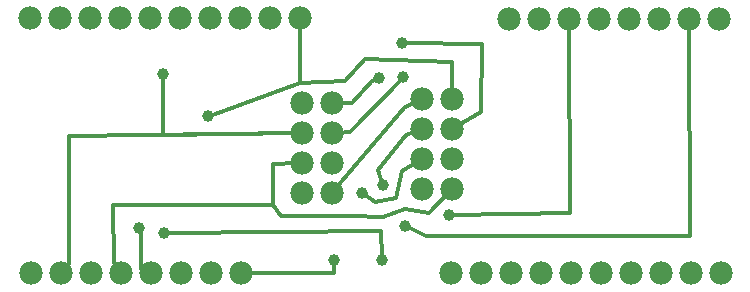
<source format=gtl>
G04 MADE WITH FRITZING*
G04 WWW.FRITZING.ORG*
G04 DOUBLE SIDED*
G04 HOLES PLATED*
G04 CONTOUR ON CENTER OF CONTOUR VECTOR*
%ASAXBY*%
%FSLAX23Y23*%
%MOIN*%
%OFA0B0*%
%SFA1.0B1.0*%
%ADD10C,0.078000*%
%ADD11C,0.039370*%
%ADD12C,0.012000*%
%LNCOPPER1*%
G90*
G70*
G54D10*
X1122Y639D03*
X1122Y539D03*
X1122Y439D03*
X1122Y339D03*
X1122Y639D03*
X1122Y539D03*
X1122Y439D03*
X1122Y339D03*
X1022Y339D03*
X1022Y439D03*
X1022Y539D03*
X1022Y639D03*
X1122Y639D03*
X1122Y539D03*
X1122Y439D03*
X1122Y339D03*
X1122Y639D03*
X1122Y539D03*
X1122Y439D03*
X1122Y339D03*
X1022Y339D03*
X1022Y439D03*
X1022Y539D03*
X1022Y639D03*
X1523Y653D03*
X1523Y553D03*
X1523Y453D03*
X1523Y353D03*
X1523Y653D03*
X1523Y553D03*
X1523Y453D03*
X1523Y353D03*
X1423Y353D03*
X1423Y453D03*
X1423Y553D03*
X1423Y653D03*
X1523Y653D03*
X1523Y553D03*
X1523Y453D03*
X1523Y353D03*
X1523Y653D03*
X1523Y553D03*
X1523Y453D03*
X1523Y353D03*
X1423Y353D03*
X1423Y453D03*
X1423Y553D03*
X1423Y653D03*
X118Y71D03*
X218Y71D03*
X318Y71D03*
X418Y71D03*
X518Y71D03*
X618Y71D03*
X718Y71D03*
X818Y71D03*
X2413Y920D03*
X2313Y920D03*
X2213Y920D03*
X2113Y920D03*
X2013Y920D03*
X1913Y920D03*
X1813Y920D03*
X1713Y920D03*
X1014Y921D03*
X914Y921D03*
X814Y921D03*
X714Y921D03*
X614Y921D03*
X514Y921D03*
X414Y921D03*
X314Y921D03*
X214Y921D03*
X114Y921D03*
G54D11*
X1280Y723D03*
X563Y205D03*
X1288Y117D03*
X1223Y339D03*
X1292Y365D03*
X1367Y228D03*
X559Y736D03*
X708Y594D03*
X1128Y115D03*
X1511Y267D03*
X1357Y838D03*
X1360Y724D03*
G54D10*
X1518Y71D03*
X1618Y71D03*
X1718Y71D03*
X1818Y71D03*
X1918Y71D03*
X2018Y71D03*
X2118Y71D03*
X2218Y71D03*
X2318Y71D03*
X2418Y71D03*
G54D11*
X479Y221D03*
G54D12*
X1003Y438D02*
X925Y436D01*
D02*
X925Y436D02*
X925Y300D01*
D02*
X925Y300D02*
X953Y262D01*
D02*
X1365Y286D02*
X1445Y273D01*
D02*
X953Y262D02*
X1184Y262D01*
D02*
X1184Y262D02*
X1291Y259D01*
D02*
X1291Y259D02*
X1365Y286D01*
D02*
X1445Y273D02*
X1510Y340D01*
D02*
X407Y87D02*
X395Y104D01*
D02*
X395Y104D02*
X393Y299D01*
D02*
X393Y299D02*
X925Y300D01*
D02*
X1014Y902D02*
X1015Y707D01*
D02*
X1015Y707D02*
X716Y596D01*
D02*
X1523Y672D02*
X1523Y774D01*
D02*
X1523Y774D02*
X1233Y785D01*
D02*
X1166Y713D02*
X1015Y707D01*
D02*
X1233Y785D02*
X1166Y713D01*
D02*
X1134Y354D02*
X1363Y622D01*
D02*
X1363Y622D02*
X1406Y644D01*
D02*
X1128Y72D02*
X1128Y107D01*
D02*
X837Y71D02*
X1128Y72D01*
D02*
X1913Y901D02*
X1914Y271D01*
D02*
X1914Y271D02*
X1519Y267D01*
D02*
X1003Y539D02*
X558Y532D01*
D02*
X558Y532D02*
X559Y728D01*
D02*
X231Y85D02*
X246Y102D01*
D02*
X244Y528D02*
X1003Y539D01*
D02*
X246Y102D02*
X244Y528D01*
D02*
X2313Y901D02*
X2315Y197D01*
D02*
X2315Y197D02*
X1436Y194D01*
D02*
X1436Y194D02*
X1374Y225D01*
D02*
X1290Y373D02*
X1274Y417D01*
D02*
X1274Y417D02*
X1369Y531D01*
D02*
X1369Y531D02*
X1405Y546D01*
D02*
X1407Y443D02*
X1356Y412D01*
D02*
X1356Y412D02*
X1335Y322D01*
D02*
X1335Y322D02*
X1264Y308D01*
D02*
X1264Y308D02*
X1229Y335D01*
D02*
X1288Y125D02*
X1287Y212D01*
D02*
X1287Y212D02*
X571Y205D01*
D02*
X1189Y639D02*
X1141Y639D01*
D02*
X1256Y713D02*
X1189Y639D01*
D02*
X1272Y720D02*
X1256Y713D01*
D02*
X1141Y540D02*
X1182Y541D01*
D02*
X1182Y541D02*
X1354Y718D01*
D02*
X1364Y838D02*
X1621Y835D01*
D02*
X1621Y835D02*
X1619Y610D01*
D02*
X1619Y610D02*
X1539Y563D01*
D02*
X487Y194D02*
X486Y87D01*
D02*
X486Y87D02*
X501Y79D01*
D02*
X481Y214D02*
X487Y194D01*
G04 End of Copper1*
M02*
</source>
